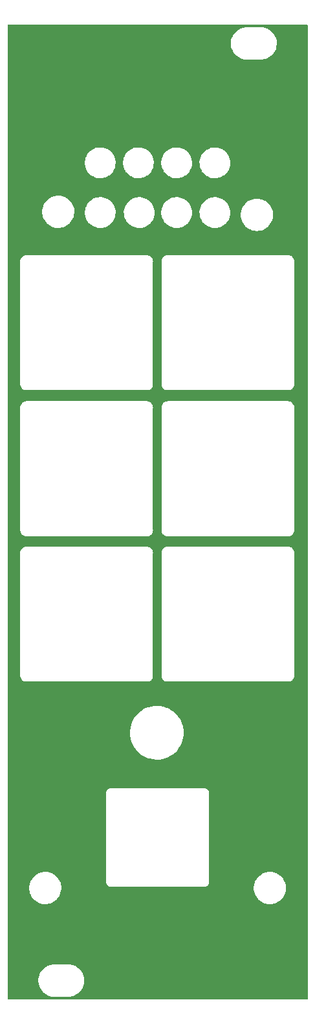
<source format=gbr>
G04 #@! TF.GenerationSoftware,KiCad,Pcbnew,(6.0.11)*
G04 #@! TF.CreationDate,2023-03-02T17:20:23+00:00*
G04 #@! TF.ProjectId,QMidiMonger_panel,514d6964-694d-46f6-9e67-65725f70616e,rev?*
G04 #@! TF.SameCoordinates,Original*
G04 #@! TF.FileFunction,Copper,L2,Bot*
G04 #@! TF.FilePolarity,Positive*
%FSLAX46Y46*%
G04 Gerber Fmt 4.6, Leading zero omitted, Abs format (unit mm)*
G04 Created by KiCad (PCBNEW (6.0.11)) date 2023-03-02 17:20:23*
%MOMM*%
%LPD*%
G01*
G04 APERTURE LIST*
G04 APERTURE END LIST*
G04 #@! TA.AperFunction,NonConductor*
G36*
X135583621Y-29528502D02*
G01*
X135630114Y-29582158D01*
X135641500Y-29634500D01*
X135641500Y-156865500D01*
X135621498Y-156933621D01*
X135567842Y-156980114D01*
X135515500Y-156991500D01*
X96484500Y-156991500D01*
X96416379Y-156971498D01*
X96369886Y-156917842D01*
X96358500Y-156865500D01*
X96358500Y-154632703D01*
X100390743Y-154632703D01*
X100428268Y-154917734D01*
X100504129Y-155195036D01*
X100616923Y-155459476D01*
X100764561Y-155706161D01*
X100944313Y-155930528D01*
X101152851Y-156128423D01*
X101386317Y-156296186D01*
X101390112Y-156298195D01*
X101390113Y-156298196D01*
X101411869Y-156309715D01*
X101640392Y-156430712D01*
X101910373Y-156529511D01*
X102191264Y-156590755D01*
X102219841Y-156593004D01*
X102414282Y-156608307D01*
X102414291Y-156608307D01*
X102416739Y-156608500D01*
X104372271Y-156608500D01*
X104374407Y-156608354D01*
X104374418Y-156608354D01*
X104582548Y-156594165D01*
X104582554Y-156594164D01*
X104586825Y-156593873D01*
X104591020Y-156593004D01*
X104591022Y-156593004D01*
X104727584Y-156564723D01*
X104868342Y-156535574D01*
X105139343Y-156439607D01*
X105394812Y-156307750D01*
X105398313Y-156305289D01*
X105398317Y-156305287D01*
X105512417Y-156225096D01*
X105630023Y-156142441D01*
X105840622Y-155946740D01*
X106022713Y-155724268D01*
X106172927Y-155479142D01*
X106288483Y-155215898D01*
X106367244Y-154939406D01*
X106407751Y-154654784D01*
X106407845Y-154636951D01*
X106409235Y-154371583D01*
X106409235Y-154371576D01*
X106409257Y-154367297D01*
X106371732Y-154082266D01*
X106295871Y-153804964D01*
X106183077Y-153540524D01*
X106035439Y-153293839D01*
X105855687Y-153069472D01*
X105647149Y-152871577D01*
X105413683Y-152703814D01*
X105391843Y-152692250D01*
X105368654Y-152679972D01*
X105159608Y-152569288D01*
X104889627Y-152470489D01*
X104608736Y-152409245D01*
X104577685Y-152406801D01*
X104385718Y-152391693D01*
X104385709Y-152391693D01*
X104383261Y-152391500D01*
X102427729Y-152391500D01*
X102425593Y-152391646D01*
X102425582Y-152391646D01*
X102217452Y-152405835D01*
X102217446Y-152405836D01*
X102213175Y-152406127D01*
X102208980Y-152406996D01*
X102208978Y-152406996D01*
X102072416Y-152435277D01*
X101931658Y-152464426D01*
X101660657Y-152560393D01*
X101405188Y-152692250D01*
X101401687Y-152694711D01*
X101401683Y-152694713D01*
X101391594Y-152701804D01*
X101169977Y-152857559D01*
X100959378Y-153053260D01*
X100777287Y-153275732D01*
X100627073Y-153520858D01*
X100511517Y-153784102D01*
X100432756Y-154060594D01*
X100392249Y-154345216D01*
X100392227Y-154349505D01*
X100392226Y-154349512D01*
X100390765Y-154628417D01*
X100390743Y-154632703D01*
X96358500Y-154632703D01*
X96358500Y-142532703D01*
X99190743Y-142532703D01*
X99228268Y-142817734D01*
X99304129Y-143095036D01*
X99416923Y-143359476D01*
X99564561Y-143606161D01*
X99744313Y-143830528D01*
X99952851Y-144028423D01*
X100186317Y-144196186D01*
X100190112Y-144198195D01*
X100190113Y-144198196D01*
X100211869Y-144209715D01*
X100440392Y-144330712D01*
X100710373Y-144429511D01*
X100991264Y-144490755D01*
X101019841Y-144493004D01*
X101214282Y-144508307D01*
X101214291Y-144508307D01*
X101216739Y-144508500D01*
X101372271Y-144508500D01*
X101374407Y-144508354D01*
X101374418Y-144508354D01*
X101582548Y-144494165D01*
X101582554Y-144494164D01*
X101586825Y-144493873D01*
X101591020Y-144493004D01*
X101591022Y-144493004D01*
X101727583Y-144464724D01*
X101868342Y-144435574D01*
X102139343Y-144339607D01*
X102394812Y-144207750D01*
X102398313Y-144205289D01*
X102398317Y-144205287D01*
X102512417Y-144125096D01*
X102630023Y-144042441D01*
X102840622Y-143846740D01*
X103022713Y-143624268D01*
X103172927Y-143379142D01*
X103288483Y-143115898D01*
X103367244Y-142839406D01*
X103407751Y-142554784D01*
X103407845Y-142536951D01*
X103407867Y-142532703D01*
X128590743Y-142532703D01*
X128628268Y-142817734D01*
X128704129Y-143095036D01*
X128816923Y-143359476D01*
X128964561Y-143606161D01*
X129144313Y-143830528D01*
X129352851Y-144028423D01*
X129586317Y-144196186D01*
X129590112Y-144198195D01*
X129590113Y-144198196D01*
X129611869Y-144209715D01*
X129840392Y-144330712D01*
X130110373Y-144429511D01*
X130391264Y-144490755D01*
X130419841Y-144493004D01*
X130614282Y-144508307D01*
X130614291Y-144508307D01*
X130616739Y-144508500D01*
X130772271Y-144508500D01*
X130774407Y-144508354D01*
X130774418Y-144508354D01*
X130982548Y-144494165D01*
X130982554Y-144494164D01*
X130986825Y-144493873D01*
X130991020Y-144493004D01*
X130991022Y-144493004D01*
X131127583Y-144464724D01*
X131268342Y-144435574D01*
X131539343Y-144339607D01*
X131794812Y-144207750D01*
X131798313Y-144205289D01*
X131798317Y-144205287D01*
X131912417Y-144125096D01*
X132030023Y-144042441D01*
X132240622Y-143846740D01*
X132422713Y-143624268D01*
X132572927Y-143379142D01*
X132688483Y-143115898D01*
X132767244Y-142839406D01*
X132807751Y-142554784D01*
X132807845Y-142536951D01*
X132809235Y-142271583D01*
X132809235Y-142271576D01*
X132809257Y-142267297D01*
X132801490Y-142208296D01*
X132786180Y-142092008D01*
X132771732Y-141982266D01*
X132695871Y-141704964D01*
X132583077Y-141440524D01*
X132435439Y-141193839D01*
X132255687Y-140969472D01*
X132047149Y-140771577D01*
X131813683Y-140603814D01*
X131791843Y-140592250D01*
X131768654Y-140579972D01*
X131559608Y-140469288D01*
X131289627Y-140370489D01*
X131008736Y-140309245D01*
X130977685Y-140306801D01*
X130785718Y-140291693D01*
X130785709Y-140291693D01*
X130783261Y-140291500D01*
X130627729Y-140291500D01*
X130625593Y-140291646D01*
X130625582Y-140291646D01*
X130417452Y-140305835D01*
X130417446Y-140305836D01*
X130413175Y-140306127D01*
X130408980Y-140306996D01*
X130408978Y-140306996D01*
X130272416Y-140335277D01*
X130131658Y-140364426D01*
X129860657Y-140460393D01*
X129605188Y-140592250D01*
X129601687Y-140594711D01*
X129601683Y-140594713D01*
X129591594Y-140601804D01*
X129369977Y-140757559D01*
X129159378Y-140953260D01*
X128977287Y-141175732D01*
X128827073Y-141420858D01*
X128825347Y-141424791D01*
X128825346Y-141424792D01*
X128735144Y-141630279D01*
X128711517Y-141684102D01*
X128632756Y-141960594D01*
X128613484Y-142096010D01*
X128599278Y-142195830D01*
X128592249Y-142245216D01*
X128592227Y-142249505D01*
X128592226Y-142249512D01*
X128590765Y-142528417D01*
X128590743Y-142532703D01*
X103407867Y-142532703D01*
X103409235Y-142271583D01*
X103409235Y-142271576D01*
X103409257Y-142267297D01*
X103401490Y-142208296D01*
X103386180Y-142092008D01*
X103371732Y-141982266D01*
X103313586Y-141769721D01*
X109291024Y-141769721D01*
X109293491Y-141778352D01*
X109299150Y-141798153D01*
X109302728Y-141814915D01*
X109306920Y-141844187D01*
X109310634Y-141852355D01*
X109310634Y-141852356D01*
X109317548Y-141867562D01*
X109323996Y-141885086D01*
X109331051Y-141909771D01*
X109335843Y-141917365D01*
X109335844Y-141917368D01*
X109346830Y-141934780D01*
X109354969Y-141949863D01*
X109367208Y-141976782D01*
X109373069Y-141983584D01*
X109383970Y-141996235D01*
X109395073Y-142011239D01*
X109408776Y-142032958D01*
X109415501Y-142038897D01*
X109415504Y-142038901D01*
X109430938Y-142052532D01*
X109442982Y-142064724D01*
X109456427Y-142080327D01*
X109456430Y-142080329D01*
X109462287Y-142087127D01*
X109469816Y-142092007D01*
X109469817Y-142092008D01*
X109483835Y-142101094D01*
X109498709Y-142112385D01*
X109511217Y-142123431D01*
X109517951Y-142129378D01*
X109544711Y-142141942D01*
X109559691Y-142150263D01*
X109576983Y-142161471D01*
X109576988Y-142161473D01*
X109584515Y-142166352D01*
X109593108Y-142168922D01*
X109593113Y-142168924D01*
X109609120Y-142173711D01*
X109626564Y-142180372D01*
X109641676Y-142187467D01*
X109641678Y-142187468D01*
X109649800Y-142191281D01*
X109658667Y-142192662D01*
X109658668Y-142192662D01*
X109661353Y-142193080D01*
X109679017Y-142195830D01*
X109695732Y-142199613D01*
X109715466Y-142205515D01*
X109715472Y-142205516D01*
X109724066Y-142208086D01*
X109733037Y-142208141D01*
X109733038Y-142208141D01*
X109743097Y-142208202D01*
X109758506Y-142208296D01*
X109759289Y-142208329D01*
X109760386Y-142208500D01*
X109791377Y-142208500D01*
X109792147Y-142208502D01*
X109865785Y-142208952D01*
X109865786Y-142208952D01*
X109869721Y-142208976D01*
X109871065Y-142208592D01*
X109872410Y-142208500D01*
X122191377Y-142208500D01*
X122192148Y-142208502D01*
X122269721Y-142208976D01*
X122298152Y-142200850D01*
X122314915Y-142197272D01*
X122315753Y-142197152D01*
X122344187Y-142193080D01*
X122367564Y-142182451D01*
X122385087Y-142176004D01*
X122409771Y-142168949D01*
X122417365Y-142164157D01*
X122417368Y-142164156D01*
X122434780Y-142153170D01*
X122449865Y-142145030D01*
X122476782Y-142132792D01*
X122496235Y-142116030D01*
X122511239Y-142104927D01*
X122532958Y-142091224D01*
X122538897Y-142084499D01*
X122538901Y-142084496D01*
X122552532Y-142069062D01*
X122564724Y-142057018D01*
X122580327Y-142043573D01*
X122580329Y-142043570D01*
X122587127Y-142037713D01*
X122601094Y-142016165D01*
X122612385Y-142001291D01*
X122623431Y-141988783D01*
X122623432Y-141988782D01*
X122629378Y-141982049D01*
X122641943Y-141955287D01*
X122650263Y-141940309D01*
X122661471Y-141923017D01*
X122661473Y-141923012D01*
X122666352Y-141915485D01*
X122668922Y-141906892D01*
X122668924Y-141906887D01*
X122673711Y-141890880D01*
X122680372Y-141873436D01*
X122687467Y-141858324D01*
X122687468Y-141858322D01*
X122691281Y-141850200D01*
X122695830Y-141820983D01*
X122699613Y-141804268D01*
X122705515Y-141784534D01*
X122705516Y-141784528D01*
X122708086Y-141775934D01*
X122708296Y-141741494D01*
X122708329Y-141740711D01*
X122708500Y-141739614D01*
X122708500Y-141708623D01*
X122708502Y-141707853D01*
X122708952Y-141634215D01*
X122708952Y-141634214D01*
X122708976Y-141630279D01*
X122708592Y-141628935D01*
X122708500Y-141627590D01*
X122708500Y-129908623D01*
X122708502Y-129907853D01*
X122708800Y-129859102D01*
X122708976Y-129830279D01*
X122700850Y-129801847D01*
X122697272Y-129785085D01*
X122694352Y-129764698D01*
X122693080Y-129755813D01*
X122682451Y-129732436D01*
X122676004Y-129714913D01*
X122671416Y-129698862D01*
X122668949Y-129690229D01*
X122664156Y-129682632D01*
X122653170Y-129665220D01*
X122645030Y-129650135D01*
X122642564Y-129644711D01*
X122632792Y-129623218D01*
X122616030Y-129603765D01*
X122604927Y-129588761D01*
X122591224Y-129567042D01*
X122584499Y-129561103D01*
X122584496Y-129561099D01*
X122569062Y-129547468D01*
X122557018Y-129535276D01*
X122543573Y-129519673D01*
X122543570Y-129519671D01*
X122537713Y-129512873D01*
X122524009Y-129503990D01*
X122516165Y-129498906D01*
X122501291Y-129487615D01*
X122488783Y-129476569D01*
X122488782Y-129476568D01*
X122482049Y-129470622D01*
X122455287Y-129458057D01*
X122440309Y-129449737D01*
X122423017Y-129438529D01*
X122423012Y-129438527D01*
X122415485Y-129433648D01*
X122406892Y-129431078D01*
X122406887Y-129431076D01*
X122390880Y-129426289D01*
X122373436Y-129419628D01*
X122358324Y-129412533D01*
X122358322Y-129412532D01*
X122350200Y-129408719D01*
X122341333Y-129407338D01*
X122341332Y-129407338D01*
X122330478Y-129405648D01*
X122320983Y-129404170D01*
X122304268Y-129400387D01*
X122284534Y-129394485D01*
X122284528Y-129394484D01*
X122275934Y-129391914D01*
X122266963Y-129391859D01*
X122266962Y-129391859D01*
X122256903Y-129391798D01*
X122241494Y-129391704D01*
X122240711Y-129391671D01*
X122239614Y-129391500D01*
X122208623Y-129391500D01*
X122207853Y-129391498D01*
X122134215Y-129391048D01*
X122134214Y-129391048D01*
X122130279Y-129391024D01*
X122128935Y-129391408D01*
X122127590Y-129391500D01*
X109808623Y-129391500D01*
X109807853Y-129391498D01*
X109807037Y-129391493D01*
X109730279Y-129391024D01*
X109707918Y-129397415D01*
X109701847Y-129399150D01*
X109685085Y-129402728D01*
X109655813Y-129406920D01*
X109647645Y-129410634D01*
X109647644Y-129410634D01*
X109632438Y-129417548D01*
X109614914Y-129423996D01*
X109590229Y-129431051D01*
X109582635Y-129435843D01*
X109582632Y-129435844D01*
X109565220Y-129446830D01*
X109550137Y-129454969D01*
X109523218Y-129467208D01*
X109516416Y-129473069D01*
X109503765Y-129483970D01*
X109488761Y-129495073D01*
X109467042Y-129508776D01*
X109461103Y-129515501D01*
X109461099Y-129515504D01*
X109447468Y-129530938D01*
X109435276Y-129542982D01*
X109419673Y-129556427D01*
X109419671Y-129556430D01*
X109412873Y-129562287D01*
X109407993Y-129569816D01*
X109407992Y-129569817D01*
X109398906Y-129583835D01*
X109387615Y-129598709D01*
X109376569Y-129611217D01*
X109370622Y-129617951D01*
X109364312Y-129631391D01*
X109358058Y-129644711D01*
X109349737Y-129659691D01*
X109338529Y-129676983D01*
X109338527Y-129676988D01*
X109333648Y-129684515D01*
X109331078Y-129693108D01*
X109331076Y-129693113D01*
X109326289Y-129709120D01*
X109319628Y-129726564D01*
X109312533Y-129741676D01*
X109308719Y-129749800D01*
X109307338Y-129758667D01*
X109307338Y-129758668D01*
X109304170Y-129779015D01*
X109300387Y-129795732D01*
X109294485Y-129815466D01*
X109294484Y-129815472D01*
X109291914Y-129824066D01*
X109291859Y-129833037D01*
X109291859Y-129833038D01*
X109291704Y-129858497D01*
X109291671Y-129859289D01*
X109291500Y-129860386D01*
X109291500Y-129891377D01*
X109291498Y-129892147D01*
X109291024Y-129969721D01*
X109291408Y-129971065D01*
X109291500Y-129972410D01*
X109291500Y-141691377D01*
X109291498Y-141692147D01*
X109291024Y-141769721D01*
X103313586Y-141769721D01*
X103295871Y-141704964D01*
X103183077Y-141440524D01*
X103035439Y-141193839D01*
X102855687Y-140969472D01*
X102647149Y-140771577D01*
X102413683Y-140603814D01*
X102391843Y-140592250D01*
X102368654Y-140579972D01*
X102159608Y-140469288D01*
X101889627Y-140370489D01*
X101608736Y-140309245D01*
X101577685Y-140306801D01*
X101385718Y-140291693D01*
X101385709Y-140291693D01*
X101383261Y-140291500D01*
X101227729Y-140291500D01*
X101225593Y-140291646D01*
X101225582Y-140291646D01*
X101017452Y-140305835D01*
X101017446Y-140305836D01*
X101013175Y-140306127D01*
X101008980Y-140306996D01*
X101008978Y-140306996D01*
X100872416Y-140335277D01*
X100731658Y-140364426D01*
X100460657Y-140460393D01*
X100205188Y-140592250D01*
X100201687Y-140594711D01*
X100201683Y-140594713D01*
X100191594Y-140601804D01*
X99969977Y-140757559D01*
X99759378Y-140953260D01*
X99577287Y-141175732D01*
X99427073Y-141420858D01*
X99425347Y-141424791D01*
X99425346Y-141424792D01*
X99335144Y-141630279D01*
X99311517Y-141684102D01*
X99232756Y-141960594D01*
X99213484Y-142096010D01*
X99199278Y-142195830D01*
X99192249Y-142245216D01*
X99192227Y-142249505D01*
X99192226Y-142249512D01*
X99190765Y-142528417D01*
X99190743Y-142532703D01*
X96358500Y-142532703D01*
X96358500Y-122191972D01*
X112387724Y-122191972D01*
X112387990Y-122195313D01*
X112387990Y-122195318D01*
X112402829Y-122381777D01*
X112417384Y-122564680D01*
X112418004Y-122567975D01*
X112418004Y-122567978D01*
X112453286Y-122755596D01*
X112486482Y-122932126D01*
X112594234Y-123290149D01*
X112739422Y-123634694D01*
X112920400Y-123961861D01*
X112922321Y-123964599D01*
X112922327Y-123964609D01*
X113133197Y-124265202D01*
X113135120Y-124267943D01*
X113381149Y-124549476D01*
X113655702Y-124803270D01*
X113955670Y-125026452D01*
X113958557Y-125028156D01*
X114274764Y-125214789D01*
X114274769Y-125214792D01*
X114277655Y-125216495D01*
X114618013Y-125371246D01*
X114799521Y-125431450D01*
X114969696Y-125487895D01*
X114969703Y-125487897D01*
X114972887Y-125488953D01*
X114976172Y-125489666D01*
X114976171Y-125489666D01*
X115334981Y-125567572D01*
X115334984Y-125567572D01*
X115338261Y-125568284D01*
X115533587Y-125589331D01*
X115707477Y-125608068D01*
X115707485Y-125608069D01*
X115709995Y-125608339D01*
X115712515Y-125608407D01*
X115712527Y-125608408D01*
X115714515Y-125608461D01*
X115715945Y-125608500D01*
X115993461Y-125608500D01*
X115995127Y-125608411D01*
X115995136Y-125608411D01*
X116270022Y-125593764D01*
X116270028Y-125593763D01*
X116273357Y-125593586D01*
X116276649Y-125593056D01*
X116276656Y-125593055D01*
X116639170Y-125534665D01*
X116639171Y-125534665D01*
X116642485Y-125534131D01*
X116645725Y-125533248D01*
X116645728Y-125533247D01*
X116999960Y-125436672D01*
X116999961Y-125436672D01*
X117003206Y-125435787D01*
X117351434Y-125299669D01*
X117683226Y-125127317D01*
X117994824Y-124920683D01*
X118282700Y-124682108D01*
X118543595Y-124414292D01*
X118656574Y-124270464D01*
X118772481Y-124122907D01*
X118772482Y-124122905D01*
X118774553Y-124120269D01*
X118972959Y-123803369D01*
X119136566Y-123467179D01*
X119263523Y-123115507D01*
X119352390Y-122752336D01*
X119402163Y-122381777D01*
X119412276Y-122008028D01*
X119412010Y-122004682D01*
X119382883Y-121638669D01*
X119382882Y-121638660D01*
X119382616Y-121635320D01*
X119347952Y-121450984D01*
X119314136Y-121271158D01*
X119314134Y-121271150D01*
X119313518Y-121267874D01*
X119205766Y-120909851D01*
X119060578Y-120565306D01*
X118879600Y-120238139D01*
X118877679Y-120235401D01*
X118877673Y-120235391D01*
X118666803Y-119934798D01*
X118666802Y-119934796D01*
X118664880Y-119932057D01*
X118418851Y-119650524D01*
X118144298Y-119396730D01*
X117844330Y-119173548D01*
X117670823Y-119071140D01*
X117525236Y-118985211D01*
X117525231Y-118985208D01*
X117522345Y-118983505D01*
X117181987Y-118828754D01*
X116984735Y-118763328D01*
X116830304Y-118712105D01*
X116830297Y-118712103D01*
X116827113Y-118711047D01*
X116616578Y-118665335D01*
X116465019Y-118632428D01*
X116465016Y-118632428D01*
X116461739Y-118631716D01*
X116225270Y-118606236D01*
X116092523Y-118591932D01*
X116092515Y-118591931D01*
X116090005Y-118591661D01*
X116087485Y-118591593D01*
X116087473Y-118591592D01*
X116085485Y-118591539D01*
X116084055Y-118591500D01*
X115806539Y-118591500D01*
X115804873Y-118591589D01*
X115804864Y-118591589D01*
X115529978Y-118606236D01*
X115529972Y-118606237D01*
X115526643Y-118606414D01*
X115523351Y-118606944D01*
X115523344Y-118606945D01*
X115160830Y-118665335D01*
X115157515Y-118665869D01*
X115154275Y-118666752D01*
X115154272Y-118666753D01*
X114800040Y-118763328D01*
X114796794Y-118764213D01*
X114448566Y-118900331D01*
X114116774Y-119072683D01*
X113805176Y-119279317D01*
X113517300Y-119517892D01*
X113256405Y-119785708D01*
X113254338Y-119788340D01*
X113254334Y-119788344D01*
X113141446Y-119932057D01*
X113025447Y-120079731D01*
X112827041Y-120396631D01*
X112663434Y-120732821D01*
X112536477Y-121084493D01*
X112447610Y-121447664D01*
X112397837Y-121818223D01*
X112387724Y-122191972D01*
X96358500Y-122191972D01*
X96358500Y-98581148D01*
X98026272Y-98581148D01*
X98026454Y-98593699D01*
X98027271Y-98598489D01*
X98029707Y-98612775D01*
X98031500Y-98633956D01*
X98031500Y-114557127D01*
X98029066Y-114581772D01*
X98027037Y-114591946D01*
X98026505Y-114604488D01*
X98027049Y-114609320D01*
X98029618Y-114632156D01*
X98030122Y-114637754D01*
X98038438Y-114760885D01*
X98040036Y-114766826D01*
X98040036Y-114766828D01*
X98043252Y-114778785D01*
X98079136Y-114912219D01*
X98148426Y-115052781D01*
X98152165Y-115057666D01*
X98239932Y-115172339D01*
X98239935Y-115172343D01*
X98243673Y-115177226D01*
X98248290Y-115181294D01*
X98248291Y-115181295D01*
X98281698Y-115210728D01*
X98361256Y-115280824D01*
X98496707Y-115359638D01*
X98644877Y-115410672D01*
X98650981Y-115411510D01*
X98748843Y-115424945D01*
X98757409Y-115426424D01*
X98775181Y-115430127D01*
X98787543Y-115432703D01*
X98792399Y-115432951D01*
X98792400Y-115432951D01*
X98792713Y-115432967D01*
X98800080Y-115433343D01*
X98840231Y-115429174D01*
X98853245Y-115428500D01*
X114507878Y-115428500D01*
X114527477Y-115430723D01*
X114527566Y-115430127D01*
X114532392Y-115430849D01*
X114537127Y-115431937D01*
X114541975Y-115432284D01*
X114541978Y-115432284D01*
X114544787Y-115432485D01*
X114544793Y-115432485D01*
X114549648Y-115432832D01*
X114554495Y-115432428D01*
X114554507Y-115432428D01*
X114568354Y-115431274D01*
X114573222Y-115430963D01*
X114709517Y-115424908D01*
X114709520Y-115424908D01*
X114716039Y-115424618D01*
X114877311Y-115383194D01*
X114931311Y-115356544D01*
X115020769Y-115312395D01*
X115020772Y-115312393D01*
X115026624Y-115309505D01*
X115059219Y-115283921D01*
X115077587Y-115269504D01*
X115157602Y-115206698D01*
X115264651Y-115079163D01*
X115343200Y-114932348D01*
X115389893Y-114772522D01*
X115399088Y-114653672D01*
X115399949Y-114645786D01*
X115403728Y-114619042D01*
X115403551Y-114606490D01*
X115400285Y-114587295D01*
X115398500Y-114566160D01*
X115398500Y-98626209D01*
X115399814Y-98608063D01*
X115403026Y-98585996D01*
X115403026Y-98585990D01*
X115403728Y-98581169D01*
X115403728Y-98581148D01*
X116526272Y-98581148D01*
X116526454Y-98593699D01*
X116527271Y-98598489D01*
X116529707Y-98612775D01*
X116531500Y-98633956D01*
X116531500Y-114557127D01*
X116529066Y-114581772D01*
X116527037Y-114591946D01*
X116526505Y-114604488D01*
X116527049Y-114609320D01*
X116529618Y-114632156D01*
X116530122Y-114637754D01*
X116538438Y-114760885D01*
X116540036Y-114766826D01*
X116540036Y-114766828D01*
X116543252Y-114778785D01*
X116579136Y-114912219D01*
X116648426Y-115052781D01*
X116652165Y-115057666D01*
X116739932Y-115172339D01*
X116739935Y-115172343D01*
X116743673Y-115177226D01*
X116748290Y-115181294D01*
X116748291Y-115181295D01*
X116781698Y-115210728D01*
X116861256Y-115280824D01*
X116996707Y-115359638D01*
X117144877Y-115410672D01*
X117150981Y-115411510D01*
X117248843Y-115424945D01*
X117257409Y-115426424D01*
X117275181Y-115430127D01*
X117287543Y-115432703D01*
X117292399Y-115432951D01*
X117292400Y-115432951D01*
X117292713Y-115432967D01*
X117300080Y-115433343D01*
X117340231Y-115429174D01*
X117353245Y-115428500D01*
X133007878Y-115428500D01*
X133027477Y-115430723D01*
X133027566Y-115430127D01*
X133032392Y-115430849D01*
X133037127Y-115431937D01*
X133041975Y-115432284D01*
X133041978Y-115432284D01*
X133044787Y-115432485D01*
X133044793Y-115432485D01*
X133049648Y-115432832D01*
X133054495Y-115432428D01*
X133054507Y-115432428D01*
X133068354Y-115431274D01*
X133073222Y-115430963D01*
X133209517Y-115424908D01*
X133209520Y-115424908D01*
X133216039Y-115424618D01*
X133377311Y-115383194D01*
X133431311Y-115356544D01*
X133520769Y-115312395D01*
X133520772Y-115312393D01*
X133526624Y-115309505D01*
X133559219Y-115283921D01*
X133577587Y-115269504D01*
X133657602Y-115206698D01*
X133764651Y-115079163D01*
X133843200Y-114932348D01*
X133889893Y-114772522D01*
X133899088Y-114653672D01*
X133899949Y-114645786D01*
X133903728Y-114619042D01*
X133903551Y-114606490D01*
X133900285Y-114587295D01*
X133898500Y-114566160D01*
X133898500Y-98626209D01*
X133899814Y-98608063D01*
X133903026Y-98585996D01*
X133903026Y-98585990D01*
X133903728Y-98581169D01*
X133903603Y-98568616D01*
X133899179Y-98541951D01*
X133898380Y-98536362D01*
X133883973Y-98416475D01*
X133883973Y-98416473D01*
X133883240Y-98410377D01*
X133833931Y-98258788D01*
X133756199Y-98119616D01*
X133678296Y-98027919D01*
X133656967Y-98002814D01*
X133656965Y-98002812D01*
X133652989Y-97998132D01*
X133648186Y-97994313D01*
X133648183Y-97994311D01*
X133533015Y-97902758D01*
X133528206Y-97898935D01*
X133386576Y-97825780D01*
X133233460Y-97781436D01*
X133227344Y-97780903D01*
X133227341Y-97780902D01*
X133125931Y-97772057D01*
X133125069Y-97771982D01*
X133116413Y-97770924D01*
X133087195Y-97766321D01*
X133082333Y-97766312D01*
X133082327Y-97766312D01*
X133080925Y-97766310D01*
X133074642Y-97766299D01*
X133069835Y-97767039D01*
X133069830Y-97767039D01*
X133050368Y-97770034D01*
X133031206Y-97771500D01*
X117359800Y-97771500D01*
X117344183Y-97770528D01*
X117315595Y-97766957D01*
X117315592Y-97766957D01*
X117310766Y-97766354D01*
X117298219Y-97766733D01*
X117283280Y-97769524D01*
X117272494Y-97771538D01*
X117266891Y-97772454D01*
X117242243Y-97775917D01*
X117143586Y-97789780D01*
X117137798Y-97791788D01*
X117137795Y-97791789D01*
X117069798Y-97815383D01*
X116996010Y-97840986D01*
X116990719Y-97844075D01*
X116990718Y-97844075D01*
X116896736Y-97898935D01*
X116861104Y-97919734D01*
X116743949Y-98023058D01*
X116740228Y-98027916D01*
X116740225Y-98027919D01*
X116652688Y-98142196D01*
X116652685Y-98142201D01*
X116648959Y-98147065D01*
X116646242Y-98152559D01*
X116593706Y-98258788D01*
X116579711Y-98287085D01*
X116538813Y-98437844D01*
X116531627Y-98539570D01*
X116529944Y-98539451D01*
X116530146Y-98541301D01*
X116531498Y-98541397D01*
X116531426Y-98542413D01*
X116530855Y-98547806D01*
X116530906Y-98548268D01*
X116530653Y-98550062D01*
X116530606Y-98550167D01*
X116530508Y-98551089D01*
X116526272Y-98581148D01*
X115403728Y-98581148D01*
X115403603Y-98568616D01*
X115399179Y-98541951D01*
X115398380Y-98536362D01*
X115383973Y-98416475D01*
X115383973Y-98416473D01*
X115383240Y-98410377D01*
X115333931Y-98258788D01*
X115256199Y-98119616D01*
X115178296Y-98027919D01*
X115156967Y-98002814D01*
X115156965Y-98002812D01*
X115152989Y-97998132D01*
X115148186Y-97994313D01*
X115148183Y-97994311D01*
X115033015Y-97902758D01*
X115028206Y-97898935D01*
X114886576Y-97825780D01*
X114733460Y-97781436D01*
X114727344Y-97780903D01*
X114727341Y-97780902D01*
X114625931Y-97772057D01*
X114625069Y-97771982D01*
X114616413Y-97770924D01*
X114587195Y-97766321D01*
X114582333Y-97766312D01*
X114582327Y-97766312D01*
X114580925Y-97766310D01*
X114574642Y-97766299D01*
X114569835Y-97767039D01*
X114569830Y-97767039D01*
X114550368Y-97770034D01*
X114531206Y-97771500D01*
X98859800Y-97771500D01*
X98844183Y-97770528D01*
X98815595Y-97766957D01*
X98815592Y-97766957D01*
X98810766Y-97766354D01*
X98798219Y-97766733D01*
X98783280Y-97769524D01*
X98772494Y-97771538D01*
X98766891Y-97772454D01*
X98742243Y-97775917D01*
X98643586Y-97789780D01*
X98637798Y-97791788D01*
X98637795Y-97791789D01*
X98569798Y-97815383D01*
X98496010Y-97840986D01*
X98490719Y-97844075D01*
X98490718Y-97844075D01*
X98396736Y-97898935D01*
X98361104Y-97919734D01*
X98243949Y-98023058D01*
X98240228Y-98027916D01*
X98240225Y-98027919D01*
X98152688Y-98142196D01*
X98152685Y-98142201D01*
X98148959Y-98147065D01*
X98146242Y-98152559D01*
X98093706Y-98258788D01*
X98079711Y-98287085D01*
X98038813Y-98437844D01*
X98031627Y-98539570D01*
X98029944Y-98539451D01*
X98030146Y-98541301D01*
X98031498Y-98541397D01*
X98031426Y-98542413D01*
X98030855Y-98547806D01*
X98030906Y-98548268D01*
X98030653Y-98550062D01*
X98030606Y-98550167D01*
X98030508Y-98551089D01*
X98026272Y-98581148D01*
X96358500Y-98581148D01*
X96358500Y-79581148D01*
X98026272Y-79581148D01*
X98026454Y-79593699D01*
X98027271Y-79598489D01*
X98029707Y-79612775D01*
X98031500Y-79633956D01*
X98031500Y-95557127D01*
X98029066Y-95581772D01*
X98027037Y-95591946D01*
X98026505Y-95604488D01*
X98027049Y-95609320D01*
X98029618Y-95632156D01*
X98030122Y-95637754D01*
X98038438Y-95760885D01*
X98040036Y-95766826D01*
X98040036Y-95766828D01*
X98043252Y-95778785D01*
X98079136Y-95912219D01*
X98148426Y-96052781D01*
X98152165Y-96057666D01*
X98239932Y-96172339D01*
X98239935Y-96172343D01*
X98243673Y-96177226D01*
X98248290Y-96181294D01*
X98248291Y-96181295D01*
X98281698Y-96210728D01*
X98361256Y-96280824D01*
X98496707Y-96359638D01*
X98644877Y-96410672D01*
X98650981Y-96411510D01*
X98748843Y-96424945D01*
X98757409Y-96426424D01*
X98775181Y-96430127D01*
X98787543Y-96432703D01*
X98792399Y-96432951D01*
X98792400Y-96432951D01*
X98792713Y-96432967D01*
X98800080Y-96433343D01*
X98840231Y-96429174D01*
X98853245Y-96428500D01*
X114507878Y-96428500D01*
X114527477Y-96430723D01*
X114527566Y-96430127D01*
X114532392Y-96430849D01*
X114537127Y-96431937D01*
X114541975Y-96432284D01*
X114541978Y-96432284D01*
X114544787Y-96432485D01*
X114544793Y-96432485D01*
X114549648Y-96432832D01*
X114554495Y-96432428D01*
X114554507Y-96432428D01*
X114568354Y-96431274D01*
X114573222Y-96430963D01*
X114709517Y-96424908D01*
X114709520Y-96424908D01*
X114716039Y-96424618D01*
X114877311Y-96383194D01*
X114931311Y-96356544D01*
X115020769Y-96312395D01*
X115020772Y-96312393D01*
X115026624Y-96309505D01*
X115059219Y-96283921D01*
X115077587Y-96269504D01*
X115157602Y-96206698D01*
X115264651Y-96079163D01*
X115343200Y-95932348D01*
X115389893Y-95772522D01*
X115399088Y-95653672D01*
X115399949Y-95645786D01*
X115403728Y-95619042D01*
X115403551Y-95606490D01*
X115400285Y-95587295D01*
X115398500Y-95566160D01*
X115398500Y-79626209D01*
X115399814Y-79608063D01*
X115403026Y-79585996D01*
X115403026Y-79585990D01*
X115403728Y-79581169D01*
X115403728Y-79581148D01*
X116526272Y-79581148D01*
X116526454Y-79593699D01*
X116527271Y-79598489D01*
X116529707Y-79612775D01*
X116531500Y-79633956D01*
X116531500Y-95557127D01*
X116529066Y-95581772D01*
X116527037Y-95591946D01*
X116526505Y-95604488D01*
X116527049Y-95609320D01*
X116529618Y-95632156D01*
X116530122Y-95637754D01*
X116538438Y-95760885D01*
X116540036Y-95766826D01*
X116540036Y-95766828D01*
X116543252Y-95778785D01*
X116579136Y-95912219D01*
X116648426Y-96052781D01*
X116652165Y-96057666D01*
X116739932Y-96172339D01*
X116739935Y-96172343D01*
X116743673Y-96177226D01*
X116748290Y-96181294D01*
X116748291Y-96181295D01*
X116781698Y-96210728D01*
X116861256Y-96280824D01*
X116996707Y-96359638D01*
X117144877Y-96410672D01*
X117150981Y-96411510D01*
X117248843Y-96424945D01*
X117257409Y-96426424D01*
X117275181Y-96430127D01*
X117287543Y-96432703D01*
X117292399Y-96432951D01*
X117292400Y-96432951D01*
X117292713Y-96432967D01*
X117300080Y-96433343D01*
X117340231Y-96429174D01*
X117353245Y-96428500D01*
X133007878Y-96428500D01*
X133027477Y-96430723D01*
X133027566Y-96430127D01*
X133032392Y-96430849D01*
X133037127Y-96431937D01*
X133041975Y-96432284D01*
X133041978Y-96432284D01*
X133044787Y-96432485D01*
X133044793Y-96432485D01*
X133049648Y-96432832D01*
X133054495Y-96432428D01*
X133054507Y-96432428D01*
X133068354Y-96431274D01*
X133073222Y-96430963D01*
X133209517Y-96424908D01*
X133209520Y-96424908D01*
X133216039Y-96424618D01*
X133377311Y-96383194D01*
X133431311Y-96356544D01*
X133520769Y-96312395D01*
X133520772Y-96312393D01*
X133526624Y-96309505D01*
X133559219Y-96283921D01*
X133577587Y-96269504D01*
X133657602Y-96206698D01*
X133764651Y-96079163D01*
X133843200Y-95932348D01*
X133889893Y-95772522D01*
X133899088Y-95653672D01*
X133899949Y-95645786D01*
X133903728Y-95619042D01*
X133903551Y-95606490D01*
X133900285Y-95587295D01*
X133898500Y-95566160D01*
X133898500Y-79626209D01*
X133899814Y-79608063D01*
X133903026Y-79585996D01*
X133903026Y-79585990D01*
X133903728Y-79581169D01*
X133903603Y-79568616D01*
X133899179Y-79541951D01*
X133898380Y-79536362D01*
X133883973Y-79416475D01*
X133883973Y-79416473D01*
X133883240Y-79410377D01*
X133833931Y-79258788D01*
X133756199Y-79119616D01*
X133678296Y-79027919D01*
X133656967Y-79002814D01*
X133656965Y-79002812D01*
X133652989Y-78998132D01*
X133648186Y-78994313D01*
X133648183Y-78994311D01*
X133533015Y-78902758D01*
X133528206Y-78898935D01*
X133386576Y-78825780D01*
X133233460Y-78781436D01*
X133227344Y-78780903D01*
X133227341Y-78780902D01*
X133125931Y-78772057D01*
X133125069Y-78771982D01*
X133116413Y-78770924D01*
X133087195Y-78766321D01*
X133082333Y-78766312D01*
X133082327Y-78766312D01*
X133080925Y-78766310D01*
X133074642Y-78766299D01*
X133069835Y-78767039D01*
X133069830Y-78767039D01*
X133050368Y-78770034D01*
X133031206Y-78771500D01*
X117359800Y-78771500D01*
X117344183Y-78770528D01*
X117315595Y-78766957D01*
X117315592Y-78766957D01*
X117310766Y-78766354D01*
X117298219Y-78766733D01*
X117283280Y-78769524D01*
X117272494Y-78771538D01*
X117266891Y-78772454D01*
X117242243Y-78775917D01*
X117143586Y-78789780D01*
X117137798Y-78791788D01*
X117137795Y-78791789D01*
X117069798Y-78815383D01*
X116996010Y-78840986D01*
X116990719Y-78844075D01*
X116990718Y-78844075D01*
X116896736Y-78898935D01*
X116861104Y-78919734D01*
X116743949Y-79023058D01*
X116740228Y-79027916D01*
X116740225Y-79027919D01*
X116652688Y-79142196D01*
X116652685Y-79142201D01*
X116648959Y-79147065D01*
X116646242Y-79152559D01*
X116593706Y-79258788D01*
X116579711Y-79287085D01*
X116538813Y-79437844D01*
X116531627Y-79539570D01*
X116529944Y-79539451D01*
X116530146Y-79541301D01*
X116531498Y-79541397D01*
X116531426Y-79542413D01*
X116530855Y-79547806D01*
X116530906Y-79548268D01*
X116530653Y-79550062D01*
X116530606Y-79550167D01*
X116530508Y-79551089D01*
X116526272Y-79581148D01*
X115403728Y-79581148D01*
X115403603Y-79568616D01*
X115399179Y-79541951D01*
X115398380Y-79536362D01*
X115383973Y-79416475D01*
X115383973Y-79416473D01*
X115383240Y-79410377D01*
X115333931Y-79258788D01*
X115256199Y-79119616D01*
X115178296Y-79027919D01*
X115156967Y-79002814D01*
X115156965Y-79002812D01*
X115152989Y-78998132D01*
X115148186Y-78994313D01*
X115148183Y-78994311D01*
X115033015Y-78902758D01*
X115028206Y-78898935D01*
X114886576Y-78825780D01*
X114733460Y-78781436D01*
X114727344Y-78780903D01*
X114727341Y-78780902D01*
X114625931Y-78772057D01*
X114625069Y-78771982D01*
X114616413Y-78770924D01*
X114587195Y-78766321D01*
X114582333Y-78766312D01*
X114582327Y-78766312D01*
X114580925Y-78766310D01*
X114574642Y-78766299D01*
X114569835Y-78767039D01*
X114569830Y-78767039D01*
X114550368Y-78770034D01*
X114531206Y-78771500D01*
X98859800Y-78771500D01*
X98844183Y-78770528D01*
X98815595Y-78766957D01*
X98815592Y-78766957D01*
X98810766Y-78766354D01*
X98798219Y-78766733D01*
X98783280Y-78769524D01*
X98772494Y-78771538D01*
X98766891Y-78772454D01*
X98742243Y-78775917D01*
X98643586Y-78789780D01*
X98637798Y-78791788D01*
X98637795Y-78791789D01*
X98569798Y-78815383D01*
X98496010Y-78840986D01*
X98490719Y-78844075D01*
X98490718Y-78844075D01*
X98396736Y-78898935D01*
X98361104Y-78919734D01*
X98243949Y-79023058D01*
X98240228Y-79027916D01*
X98240225Y-79027919D01*
X98152688Y-79142196D01*
X98152685Y-79142201D01*
X98148959Y-79147065D01*
X98146242Y-79152559D01*
X98093706Y-79258788D01*
X98079711Y-79287085D01*
X98038813Y-79437844D01*
X98031627Y-79539570D01*
X98029944Y-79539451D01*
X98030146Y-79541301D01*
X98031498Y-79541397D01*
X98031426Y-79542413D01*
X98030855Y-79547806D01*
X98030906Y-79548268D01*
X98030653Y-79550062D01*
X98030606Y-79550167D01*
X98030508Y-79551089D01*
X98026272Y-79581148D01*
X96358500Y-79581148D01*
X96358500Y-60481148D01*
X98026272Y-60481148D01*
X98026454Y-60493699D01*
X98027271Y-60498489D01*
X98029707Y-60512775D01*
X98031500Y-60533956D01*
X98031500Y-76457127D01*
X98029066Y-76481772D01*
X98027037Y-76491946D01*
X98026505Y-76504488D01*
X98027049Y-76509320D01*
X98029618Y-76532156D01*
X98030122Y-76537754D01*
X98038438Y-76660885D01*
X98040036Y-76666826D01*
X98040036Y-76666828D01*
X98043252Y-76678785D01*
X98079136Y-76812219D01*
X98148426Y-76952781D01*
X98152165Y-76957666D01*
X98239932Y-77072339D01*
X98239935Y-77072343D01*
X98243673Y-77077226D01*
X98248290Y-77081294D01*
X98248291Y-77081295D01*
X98281698Y-77110728D01*
X98361256Y-77180824D01*
X98496707Y-77259638D01*
X98644877Y-77310672D01*
X98650981Y-77311510D01*
X98748843Y-77324945D01*
X98757409Y-77326424D01*
X98775181Y-77330127D01*
X98787543Y-77332703D01*
X98792399Y-77332951D01*
X98792400Y-77332951D01*
X98792713Y-77332967D01*
X98800080Y-77333343D01*
X98840231Y-77329174D01*
X98853245Y-77328500D01*
X114507878Y-77328500D01*
X114527477Y-77330723D01*
X114527566Y-77330127D01*
X114532392Y-77330849D01*
X114537127Y-77331937D01*
X114541975Y-77332284D01*
X114541978Y-77332284D01*
X114544787Y-77332485D01*
X114544793Y-77332485D01*
X114549648Y-77332832D01*
X114554495Y-77332428D01*
X114554507Y-77332428D01*
X114568354Y-77331274D01*
X114573222Y-77330963D01*
X114709517Y-77324908D01*
X114709520Y-77324908D01*
X114716039Y-77324618D01*
X114877311Y-77283194D01*
X114931311Y-77256544D01*
X115020769Y-77212395D01*
X115020772Y-77212393D01*
X115026624Y-77209505D01*
X115059219Y-77183921D01*
X115077587Y-77169504D01*
X115157602Y-77106698D01*
X115264651Y-76979163D01*
X115343200Y-76832348D01*
X115389893Y-76672522D01*
X115399088Y-76553672D01*
X115399949Y-76545786D01*
X115403728Y-76519042D01*
X115403551Y-76506490D01*
X115400285Y-76487295D01*
X115398500Y-76466160D01*
X115398500Y-60526209D01*
X115399814Y-60508063D01*
X115403026Y-60485996D01*
X115403026Y-60485990D01*
X115403728Y-60481169D01*
X115403728Y-60481148D01*
X116526272Y-60481148D01*
X116526454Y-60493699D01*
X116527271Y-60498489D01*
X116529707Y-60512775D01*
X116531500Y-60533956D01*
X116531500Y-76457127D01*
X116529066Y-76481772D01*
X116527037Y-76491946D01*
X116526505Y-76504488D01*
X116527049Y-76509320D01*
X116529618Y-76532156D01*
X116530122Y-76537754D01*
X116538438Y-76660885D01*
X116540036Y-76666826D01*
X116540036Y-76666828D01*
X116543252Y-76678785D01*
X116579136Y-76812219D01*
X116648426Y-76952781D01*
X116652165Y-76957666D01*
X116739932Y-77072339D01*
X116739935Y-77072343D01*
X116743673Y-77077226D01*
X116748290Y-77081294D01*
X116748291Y-77081295D01*
X116781698Y-77110728D01*
X116861256Y-77180824D01*
X116996707Y-77259638D01*
X117144877Y-77310672D01*
X117150981Y-77311510D01*
X117248843Y-77324945D01*
X117257409Y-77326424D01*
X117275181Y-77330127D01*
X117287543Y-77332703D01*
X117292399Y-77332951D01*
X117292400Y-77332951D01*
X117292713Y-77332967D01*
X117300080Y-77333343D01*
X117340231Y-77329174D01*
X117353245Y-77328500D01*
X133007878Y-77328500D01*
X133027477Y-77330723D01*
X133027566Y-77330127D01*
X133032392Y-77330849D01*
X133037127Y-77331937D01*
X133041975Y-77332284D01*
X133041978Y-77332284D01*
X133044787Y-77332485D01*
X133044793Y-77332485D01*
X133049648Y-77332832D01*
X133054495Y-77332428D01*
X133054507Y-77332428D01*
X133068354Y-77331274D01*
X133073222Y-77330963D01*
X133209517Y-77324908D01*
X133209520Y-77324908D01*
X133216039Y-77324618D01*
X133377311Y-77283194D01*
X133431311Y-77256544D01*
X133520769Y-77212395D01*
X133520772Y-77212393D01*
X133526624Y-77209505D01*
X133559219Y-77183921D01*
X133577587Y-77169504D01*
X133657602Y-77106698D01*
X133764651Y-76979163D01*
X133843200Y-76832348D01*
X133889893Y-76672522D01*
X133899088Y-76553672D01*
X133899949Y-76545786D01*
X133903728Y-76519042D01*
X133903551Y-76506490D01*
X133900285Y-76487295D01*
X133898500Y-76466160D01*
X133898500Y-60526209D01*
X133899814Y-60508063D01*
X133903026Y-60485996D01*
X133903026Y-60485990D01*
X133903728Y-60481169D01*
X133903603Y-60468616D01*
X133899179Y-60441951D01*
X133898380Y-60436362D01*
X133883973Y-60316475D01*
X133883973Y-60316473D01*
X133883240Y-60310377D01*
X133833931Y-60158788D01*
X133756199Y-60019616D01*
X133678296Y-59927919D01*
X133656967Y-59902814D01*
X133656965Y-59902812D01*
X133652989Y-59898132D01*
X133648186Y-59894313D01*
X133648183Y-59894311D01*
X133533015Y-59802758D01*
X133528206Y-59798935D01*
X133386576Y-59725780D01*
X133233460Y-59681436D01*
X133227344Y-59680903D01*
X133227341Y-59680902D01*
X133125931Y-59672057D01*
X133125069Y-59671982D01*
X133116413Y-59670924D01*
X133087195Y-59666321D01*
X133082333Y-59666312D01*
X133082327Y-59666312D01*
X133080925Y-59666310D01*
X133074642Y-59666299D01*
X133069835Y-59667039D01*
X133069830Y-59667039D01*
X133050368Y-59670034D01*
X133031206Y-59671500D01*
X117359800Y-59671500D01*
X117344183Y-59670528D01*
X117315595Y-59666957D01*
X117315592Y-59666957D01*
X117310766Y-59666354D01*
X117298219Y-59666733D01*
X117283280Y-59669524D01*
X117272494Y-59671538D01*
X117266891Y-59672454D01*
X117242243Y-59675917D01*
X117143586Y-59689780D01*
X117137798Y-59691788D01*
X117137795Y-59691789D01*
X117069798Y-59715383D01*
X116996010Y-59740986D01*
X116990719Y-59744075D01*
X116990718Y-59744075D01*
X116896736Y-59798935D01*
X116861104Y-59819734D01*
X116743949Y-59923058D01*
X116740228Y-59927916D01*
X116740225Y-59927919D01*
X116652688Y-60042196D01*
X116652685Y-60042201D01*
X116648959Y-60047065D01*
X116646242Y-60052559D01*
X116593706Y-60158788D01*
X116579711Y-60187085D01*
X116538813Y-60337844D01*
X116531627Y-60439570D01*
X116529944Y-60439451D01*
X116530146Y-60441301D01*
X116531498Y-60441397D01*
X116531426Y-60442413D01*
X116530855Y-60447806D01*
X116530906Y-60448268D01*
X116530653Y-60450062D01*
X116530606Y-60450167D01*
X116530508Y-60451089D01*
X116526272Y-60481148D01*
X115403728Y-60481148D01*
X115403603Y-60468616D01*
X115399179Y-60441951D01*
X115398380Y-60436362D01*
X115383973Y-60316475D01*
X115383973Y-60316473D01*
X115383240Y-60310377D01*
X115333931Y-60158788D01*
X115256199Y-60019616D01*
X115178296Y-59927919D01*
X115156967Y-59902814D01*
X115156965Y-59902812D01*
X115152989Y-59898132D01*
X115148186Y-59894313D01*
X115148183Y-59894311D01*
X115033015Y-59802758D01*
X115028206Y-59798935D01*
X114886576Y-59725780D01*
X114733460Y-59681436D01*
X114727344Y-59680903D01*
X114727341Y-59680902D01*
X114625931Y-59672057D01*
X114625069Y-59671982D01*
X114616413Y-59670924D01*
X114587195Y-59666321D01*
X114582333Y-59666312D01*
X114582327Y-59666312D01*
X114580925Y-59666310D01*
X114574642Y-59666299D01*
X114569835Y-59667039D01*
X114569830Y-59667039D01*
X114550368Y-59670034D01*
X114531206Y-59671500D01*
X98859800Y-59671500D01*
X98844183Y-59670528D01*
X98815595Y-59666957D01*
X98815592Y-59666957D01*
X98810766Y-59666354D01*
X98798219Y-59666733D01*
X98783280Y-59669524D01*
X98772494Y-59671538D01*
X98766891Y-59672454D01*
X98742243Y-59675917D01*
X98643586Y-59689780D01*
X98637798Y-59691788D01*
X98637795Y-59691789D01*
X98569798Y-59715383D01*
X98496010Y-59740986D01*
X98490719Y-59744075D01*
X98490718Y-59744075D01*
X98396736Y-59798935D01*
X98361104Y-59819734D01*
X98243949Y-59923058D01*
X98240228Y-59927916D01*
X98240225Y-59927919D01*
X98152688Y-60042196D01*
X98152685Y-60042201D01*
X98148959Y-60047065D01*
X98146242Y-60052559D01*
X98093706Y-60158788D01*
X98079711Y-60187085D01*
X98038813Y-60337844D01*
X98031627Y-60439570D01*
X98029944Y-60439451D01*
X98030146Y-60441301D01*
X98031498Y-60441397D01*
X98031426Y-60442413D01*
X98030855Y-60447806D01*
X98030906Y-60448268D01*
X98030653Y-60450062D01*
X98030606Y-60450167D01*
X98030508Y-60451089D01*
X98026272Y-60481148D01*
X96358500Y-60481148D01*
X96358500Y-54132703D01*
X100890743Y-54132703D01*
X100891302Y-54136947D01*
X100891302Y-54136951D01*
X100904996Y-54240964D01*
X100928268Y-54417734D01*
X101004129Y-54695036D01*
X101005813Y-54698984D01*
X101072034Y-54854235D01*
X101116923Y-54959476D01*
X101264561Y-55206161D01*
X101444313Y-55430528D01*
X101464475Y-55449661D01*
X101648473Y-55624268D01*
X101652851Y-55628423D01*
X101886317Y-55796186D01*
X101890112Y-55798195D01*
X101890113Y-55798196D01*
X101911519Y-55809530D01*
X102140392Y-55930712D01*
X102168609Y-55941038D01*
X102399339Y-56025473D01*
X102410373Y-56029511D01*
X102691264Y-56090755D01*
X102718494Y-56092898D01*
X102914282Y-56108307D01*
X102914291Y-56108307D01*
X102916739Y-56108500D01*
X103072271Y-56108500D01*
X103074407Y-56108354D01*
X103074418Y-56108354D01*
X103282548Y-56094165D01*
X103282554Y-56094164D01*
X103286825Y-56093873D01*
X103291020Y-56093004D01*
X103291022Y-56093004D01*
X103427583Y-56064724D01*
X103568342Y-56035574D01*
X103839343Y-55939607D01*
X104094812Y-55807750D01*
X104098313Y-55805289D01*
X104098317Y-55805287D01*
X104326457Y-55644947D01*
X104330023Y-55642441D01*
X104540622Y-55446740D01*
X104722713Y-55224268D01*
X104872927Y-54979142D01*
X104988483Y-54715898D01*
X105067244Y-54439406D01*
X105104926Y-54174636D01*
X105107146Y-54159036D01*
X105107146Y-54159034D01*
X105107751Y-54154784D01*
X105107845Y-54136951D01*
X105108407Y-54029733D01*
X106487822Y-54029733D01*
X106487975Y-54034121D01*
X106487975Y-54034127D01*
X106496118Y-54267297D01*
X106497625Y-54310458D01*
X106498387Y-54314781D01*
X106498388Y-54314788D01*
X106522164Y-54449624D01*
X106546402Y-54587087D01*
X106633203Y-54854235D01*
X106756340Y-55106702D01*
X106758795Y-55110341D01*
X106758798Y-55110347D01*
X106820942Y-55202479D01*
X106913415Y-55339576D01*
X106916360Y-55342847D01*
X106916361Y-55342848D01*
X106995309Y-55430528D01*
X107101371Y-55548322D01*
X107316550Y-55728879D01*
X107554764Y-55877731D01*
X107811375Y-55991982D01*
X108081390Y-56069407D01*
X108085740Y-56070018D01*
X108085743Y-56070019D01*
X108188690Y-56084487D01*
X108359552Y-56108500D01*
X108570146Y-56108500D01*
X108572332Y-56108347D01*
X108572336Y-56108347D01*
X108775827Y-56094118D01*
X108775832Y-56094117D01*
X108780212Y-56093811D01*
X109054970Y-56035409D01*
X109059099Y-56033906D01*
X109059103Y-56033905D01*
X109314781Y-55940846D01*
X109314785Y-55940844D01*
X109318926Y-55939337D01*
X109566942Y-55807464D01*
X109570503Y-55804877D01*
X109790629Y-55644947D01*
X109790632Y-55644944D01*
X109794192Y-55642358D01*
X109806031Y-55630926D01*
X109993087Y-55450287D01*
X109996252Y-55447231D01*
X110169188Y-55225882D01*
X110171384Y-55222078D01*
X110171389Y-55222071D01*
X110307435Y-54986431D01*
X110309636Y-54982619D01*
X110414862Y-54722176D01*
X110417457Y-54711770D01*
X110481753Y-54453893D01*
X110481754Y-54453888D01*
X110482817Y-54449624D01*
X110484338Y-54435159D01*
X110511719Y-54174636D01*
X110511719Y-54174633D01*
X110512178Y-54170267D01*
X110511786Y-54159036D01*
X110507271Y-54029733D01*
X111587822Y-54029733D01*
X111587975Y-54034121D01*
X111587975Y-54034127D01*
X111596118Y-54267297D01*
X111597625Y-54310458D01*
X111598387Y-54314781D01*
X111598388Y-54314788D01*
X111622164Y-54449624D01*
X111646402Y-54587087D01*
X111733203Y-54854235D01*
X111856340Y-55106702D01*
X111858795Y-55110341D01*
X111858798Y-55110347D01*
X111920942Y-55202479D01*
X112013415Y-55339576D01*
X112016360Y-55342847D01*
X112016361Y-55342848D01*
X112095309Y-55430528D01*
X112201371Y-55548322D01*
X112416550Y-55728879D01*
X112654764Y-55877731D01*
X112911375Y-55991982D01*
X113181390Y-56069407D01*
X113185740Y-56070018D01*
X113185743Y-56070019D01*
X113288690Y-56084487D01*
X113459552Y-56108500D01*
X113670146Y-56108500D01*
X113672332Y-56108347D01*
X113672336Y-56108347D01*
X113875827Y-56094118D01*
X113875832Y-56094117D01*
X113880212Y-56093811D01*
X114154970Y-56035409D01*
X114159099Y-56033906D01*
X114159103Y-56033905D01*
X114414781Y-55940846D01*
X114414785Y-55940844D01*
X114418926Y-55939337D01*
X114666942Y-55807464D01*
X114670503Y-55804877D01*
X114890629Y-55644947D01*
X114890632Y-55644944D01*
X114894192Y-55642358D01*
X114906031Y-55630926D01*
X115093087Y-55450287D01*
X115096252Y-55447231D01*
X115269188Y-55225882D01*
X115271384Y-55222078D01*
X115271389Y-55222071D01*
X115407435Y-54986431D01*
X115409636Y-54982619D01*
X115514862Y-54722176D01*
X115517457Y-54711770D01*
X115581753Y-54453893D01*
X115581754Y-54453888D01*
X115582817Y-54449624D01*
X115584338Y-54435159D01*
X115611719Y-54174636D01*
X115611719Y-54174633D01*
X115612178Y-54170267D01*
X115611786Y-54159036D01*
X115607271Y-54029733D01*
X116487822Y-54029733D01*
X116487975Y-54034121D01*
X116487975Y-54034127D01*
X116496118Y-54267297D01*
X116497625Y-54310458D01*
X116498387Y-54314781D01*
X116498388Y-54314788D01*
X116522164Y-54449624D01*
X116546402Y-54587087D01*
X116633203Y-54854235D01*
X116756340Y-55106702D01*
X116758795Y-55110341D01*
X116758798Y-55110347D01*
X116820942Y-55202479D01*
X116913415Y-55339576D01*
X116916360Y-55342847D01*
X116916361Y-55342848D01*
X116995309Y-55430528D01*
X117101371Y-55548322D01*
X117316550Y-55728879D01*
X117554764Y-55877731D01*
X117811375Y-55991982D01*
X118081390Y-56069407D01*
X118085740Y-56070018D01*
X118085743Y-56070019D01*
X118188690Y-56084487D01*
X118359552Y-56108500D01*
X118570146Y-56108500D01*
X118572332Y-56108347D01*
X118572336Y-56108347D01*
X118775827Y-56094118D01*
X118775832Y-56094117D01*
X118780212Y-56093811D01*
X119054970Y-56035409D01*
X119059099Y-56033906D01*
X119059103Y-56033905D01*
X119314781Y-55940846D01*
X119314785Y-55940844D01*
X119318926Y-55939337D01*
X119566942Y-55807464D01*
X119570503Y-55804877D01*
X119790629Y-55644947D01*
X119790632Y-55644944D01*
X119794192Y-55642358D01*
X119806031Y-55630926D01*
X119993087Y-55450287D01*
X119996252Y-55447231D01*
X120169188Y-55225882D01*
X120171384Y-55222078D01*
X120171389Y-55222071D01*
X120307435Y-54986431D01*
X120309636Y-54982619D01*
X120414862Y-54722176D01*
X120417457Y-54711770D01*
X120481753Y-54453893D01*
X120481754Y-54453888D01*
X120482817Y-54449624D01*
X120484338Y-54435159D01*
X120511719Y-54174636D01*
X120511719Y-54174633D01*
X120512178Y-54170267D01*
X120511786Y-54159036D01*
X120507271Y-54029733D01*
X121487822Y-54029733D01*
X121487975Y-54034121D01*
X121487975Y-54034127D01*
X121496118Y-54267297D01*
X121497625Y-54310458D01*
X121498387Y-54314781D01*
X121498388Y-54314788D01*
X121522164Y-54449624D01*
X121546402Y-54587087D01*
X121633203Y-54854235D01*
X121756340Y-55106702D01*
X121758795Y-55110341D01*
X121758798Y-55110347D01*
X121820942Y-55202479D01*
X121913415Y-55339576D01*
X121916360Y-55342847D01*
X121916361Y-55342848D01*
X121995309Y-55430528D01*
X122101371Y-55548322D01*
X122316550Y-55728879D01*
X122554764Y-55877731D01*
X122811375Y-55991982D01*
X123081390Y-56069407D01*
X123085740Y-56070018D01*
X123085743Y-56070019D01*
X123188690Y-56084487D01*
X123359552Y-56108500D01*
X123570146Y-56108500D01*
X123572332Y-56108347D01*
X123572336Y-56108347D01*
X123775827Y-56094118D01*
X123775832Y-56094117D01*
X123780212Y-56093811D01*
X124054970Y-56035409D01*
X124059099Y-56033906D01*
X124059103Y-56033905D01*
X124314781Y-55940846D01*
X124314785Y-55940844D01*
X124318926Y-55939337D01*
X124566942Y-55807464D01*
X124570503Y-55804877D01*
X124790629Y-55644947D01*
X124790632Y-55644944D01*
X124794192Y-55642358D01*
X124806031Y-55630926D01*
X124993087Y-55450287D01*
X124996252Y-55447231D01*
X125169188Y-55225882D01*
X125171384Y-55222078D01*
X125171389Y-55222071D01*
X125307435Y-54986431D01*
X125309636Y-54982619D01*
X125414862Y-54722176D01*
X125417457Y-54711770D01*
X125462103Y-54532703D01*
X126890743Y-54532703D01*
X126891302Y-54536947D01*
X126891302Y-54536951D01*
X126897903Y-54587087D01*
X126928268Y-54817734D01*
X126929401Y-54821874D01*
X126929401Y-54821876D01*
X126939336Y-54858193D01*
X127004129Y-55095036D01*
X127005813Y-55098984D01*
X127109831Y-55342848D01*
X127116923Y-55359476D01*
X127264561Y-55606161D01*
X127444313Y-55830528D01*
X127652851Y-56028423D01*
X127886317Y-56196186D01*
X127890112Y-56198195D01*
X127890113Y-56198196D01*
X127911869Y-56209715D01*
X128140392Y-56330712D01*
X128410373Y-56429511D01*
X128691264Y-56490755D01*
X128719841Y-56493004D01*
X128914282Y-56508307D01*
X128914291Y-56508307D01*
X128916739Y-56508500D01*
X129072271Y-56508500D01*
X129074407Y-56508354D01*
X129074418Y-56508354D01*
X129282548Y-56494165D01*
X129282554Y-56494164D01*
X129286825Y-56493873D01*
X129291020Y-56493004D01*
X129291022Y-56493004D01*
X129427583Y-56464724D01*
X129568342Y-56435574D01*
X129839343Y-56339607D01*
X130094812Y-56207750D01*
X130098313Y-56205289D01*
X130098317Y-56205287D01*
X130212417Y-56125096D01*
X130330023Y-56042441D01*
X130408403Y-55969606D01*
X130537479Y-55849661D01*
X130537481Y-55849658D01*
X130540622Y-55846740D01*
X130722713Y-55624268D01*
X130872927Y-55379142D01*
X130988483Y-55115898D01*
X131067244Y-54839406D01*
X131107751Y-54554784D01*
X131107845Y-54536951D01*
X131109235Y-54271583D01*
X131109235Y-54271576D01*
X131109257Y-54267297D01*
X131071732Y-53982266D01*
X130995871Y-53704964D01*
X130932531Y-53556466D01*
X130884763Y-53444476D01*
X130884761Y-53444472D01*
X130883077Y-53440524D01*
X130787107Y-53280170D01*
X130737643Y-53197521D01*
X130737640Y-53197517D01*
X130735439Y-53193839D01*
X130555687Y-52969472D01*
X130432289Y-52852372D01*
X130350258Y-52774527D01*
X130350255Y-52774525D01*
X130347149Y-52771577D01*
X130113683Y-52603814D01*
X130091843Y-52592250D01*
X130024472Y-52556579D01*
X129859608Y-52469288D01*
X129644228Y-52390470D01*
X129593658Y-52371964D01*
X129593656Y-52371963D01*
X129589627Y-52370489D01*
X129308736Y-52309245D01*
X129277685Y-52306801D01*
X129085718Y-52291693D01*
X129085709Y-52291693D01*
X129083261Y-52291500D01*
X128927729Y-52291500D01*
X128925593Y-52291646D01*
X128925582Y-52291646D01*
X128717452Y-52305835D01*
X128717446Y-52305836D01*
X128713175Y-52306127D01*
X128708980Y-52306996D01*
X128708978Y-52306996D01*
X128623991Y-52324596D01*
X128431658Y-52364426D01*
X128160657Y-52460393D01*
X127905188Y-52592250D01*
X127901687Y-52594711D01*
X127901683Y-52594713D01*
X127891594Y-52601804D01*
X127669977Y-52757559D01*
X127459378Y-52953260D01*
X127277287Y-53175732D01*
X127127073Y-53420858D01*
X127011517Y-53684102D01*
X126932756Y-53960594D01*
X126892249Y-54245216D01*
X126892227Y-54249505D01*
X126892226Y-54249512D01*
X126890765Y-54528417D01*
X126890743Y-54532703D01*
X125462103Y-54532703D01*
X125481753Y-54453893D01*
X125481754Y-54453888D01*
X125482817Y-54449624D01*
X125484338Y-54435159D01*
X125511719Y-54174636D01*
X125511719Y-54174633D01*
X125512178Y-54170267D01*
X125511786Y-54159036D01*
X125502529Y-53893939D01*
X125502528Y-53893933D01*
X125502375Y-53889542D01*
X125499209Y-53871583D01*
X125466878Y-53688230D01*
X125453598Y-53612913D01*
X125366797Y-53345765D01*
X125344972Y-53301016D01*
X125283866Y-53175732D01*
X125243660Y-53093298D01*
X125241205Y-53089659D01*
X125241202Y-53089653D01*
X125147233Y-52950339D01*
X125086585Y-52860424D01*
X124898629Y-52651678D01*
X124683450Y-52471121D01*
X124445236Y-52322269D01*
X124188625Y-52208018D01*
X123918610Y-52130593D01*
X123914260Y-52129982D01*
X123914257Y-52129981D01*
X123811310Y-52115513D01*
X123640448Y-52091500D01*
X123429854Y-52091500D01*
X123427668Y-52091653D01*
X123427664Y-52091653D01*
X123224173Y-52105882D01*
X123224168Y-52105883D01*
X123219788Y-52106189D01*
X122945030Y-52164591D01*
X122940901Y-52166094D01*
X122940897Y-52166095D01*
X122685219Y-52259154D01*
X122685215Y-52259156D01*
X122681074Y-52260663D01*
X122433058Y-52392536D01*
X122429499Y-52395122D01*
X122429497Y-52395123D01*
X122215860Y-52550339D01*
X122205808Y-52557642D01*
X122202644Y-52560698D01*
X122202641Y-52560700D01*
X122190097Y-52572814D01*
X122003748Y-52752769D01*
X121830812Y-52974118D01*
X121828616Y-52977922D01*
X121828611Y-52977929D01*
X121716326Y-53172414D01*
X121690364Y-53217381D01*
X121585138Y-53477824D01*
X121584073Y-53482097D01*
X121584072Y-53482099D01*
X121527474Y-53709103D01*
X121517183Y-53750376D01*
X121516724Y-53754744D01*
X121516723Y-53754749D01*
X121488281Y-54025364D01*
X121487822Y-54029733D01*
X120507271Y-54029733D01*
X120502529Y-53893939D01*
X120502528Y-53893933D01*
X120502375Y-53889542D01*
X120499209Y-53871583D01*
X120466878Y-53688230D01*
X120453598Y-53612913D01*
X120366797Y-53345765D01*
X120344972Y-53301016D01*
X120283866Y-53175732D01*
X120243660Y-53093298D01*
X120241205Y-53089659D01*
X120241202Y-53089653D01*
X120147233Y-52950339D01*
X120086585Y-52860424D01*
X119898629Y-52651678D01*
X119683450Y-52471121D01*
X119445236Y-52322269D01*
X119188625Y-52208018D01*
X118918610Y-52130593D01*
X118914260Y-52129982D01*
X118914257Y-52129981D01*
X118811310Y-52115513D01*
X118640448Y-52091500D01*
X118429854Y-52091500D01*
X118427668Y-52091653D01*
X118427664Y-52091653D01*
X118224173Y-52105882D01*
X118224168Y-52105883D01*
X118219788Y-52106189D01*
X117945030Y-52164591D01*
X117940901Y-52166094D01*
X117940897Y-52166095D01*
X117685219Y-52259154D01*
X117685215Y-52259156D01*
X117681074Y-52260663D01*
X117433058Y-52392536D01*
X117429499Y-52395122D01*
X117429497Y-52395123D01*
X117215860Y-52550339D01*
X117205808Y-52557642D01*
X117202644Y-52560698D01*
X117202641Y-52560700D01*
X117190097Y-52572814D01*
X117003748Y-52752769D01*
X116830812Y-52974118D01*
X116828616Y-52977922D01*
X116828611Y-52977929D01*
X116716326Y-53172414D01*
X116690364Y-53217381D01*
X116585138Y-53477824D01*
X116584073Y-53482097D01*
X116584072Y-53482099D01*
X116527474Y-53709103D01*
X116517183Y-53750376D01*
X116516724Y-53754744D01*
X116516723Y-53754749D01*
X116488281Y-54025364D01*
X116487822Y-54029733D01*
X115607271Y-54029733D01*
X115602529Y-53893939D01*
X115602528Y-53893933D01*
X115602375Y-53889542D01*
X115599209Y-53871583D01*
X115566878Y-53688230D01*
X115553598Y-53612913D01*
X115466797Y-53345765D01*
X115444972Y-53301016D01*
X115383866Y-53175732D01*
X115343660Y-53093298D01*
X115341205Y-53089659D01*
X115341202Y-53089653D01*
X115247233Y-52950339D01*
X115186585Y-52860424D01*
X114998629Y-52651678D01*
X114783450Y-52471121D01*
X114545236Y-52322269D01*
X114288625Y-52208018D01*
X114018610Y-52130593D01*
X114014260Y-52129982D01*
X114014257Y-52129981D01*
X113911310Y-52115513D01*
X113740448Y-52091500D01*
X113529854Y-52091500D01*
X113527668Y-52091653D01*
X113527664Y-52091653D01*
X113324173Y-52105882D01*
X113324168Y-52105883D01*
X113319788Y-52106189D01*
X113045030Y-52164591D01*
X113040901Y-52166094D01*
X113040897Y-52166095D01*
X112785219Y-52259154D01*
X112785215Y-52259156D01*
X112781074Y-52260663D01*
X112533058Y-52392536D01*
X112529499Y-52395122D01*
X112529497Y-52395123D01*
X112315860Y-52550339D01*
X112305808Y-52557642D01*
X112302644Y-52560698D01*
X112302641Y-52560700D01*
X112290097Y-52572814D01*
X112103748Y-52752769D01*
X111930812Y-52974118D01*
X111928616Y-52977922D01*
X111928611Y-52977929D01*
X111816326Y-53172414D01*
X111790364Y-53217381D01*
X111685138Y-53477824D01*
X111684073Y-53482097D01*
X111684072Y-53482099D01*
X111627474Y-53709103D01*
X111617183Y-53750376D01*
X111616724Y-53754744D01*
X111616723Y-53754749D01*
X111588281Y-54025364D01*
X111587822Y-54029733D01*
X110507271Y-54029733D01*
X110502529Y-53893939D01*
X110502528Y-53893933D01*
X110502375Y-53889542D01*
X110499209Y-53871583D01*
X110466878Y-53688230D01*
X110453598Y-53612913D01*
X110366797Y-53345765D01*
X110344972Y-53301016D01*
X110283866Y-53175732D01*
X110243660Y-53093298D01*
X110241205Y-53089659D01*
X110241202Y-53089653D01*
X110147233Y-52950339D01*
X110086585Y-52860424D01*
X109898629Y-52651678D01*
X109683450Y-52471121D01*
X109445236Y-52322269D01*
X109188625Y-52208018D01*
X108918610Y-52130593D01*
X108914260Y-52129982D01*
X108914257Y-52129981D01*
X108811310Y-52115513D01*
X108640448Y-52091500D01*
X108429854Y-52091500D01*
X108427668Y-52091653D01*
X108427664Y-52091653D01*
X108224173Y-52105882D01*
X108224168Y-52105883D01*
X108219788Y-52106189D01*
X107945030Y-52164591D01*
X107940901Y-52166094D01*
X107940897Y-52166095D01*
X107685219Y-52259154D01*
X107685215Y-52259156D01*
X107681074Y-52260663D01*
X107433058Y-52392536D01*
X107429499Y-52395122D01*
X107429497Y-52395123D01*
X107215860Y-52550339D01*
X107205808Y-52557642D01*
X107202644Y-52560698D01*
X107202641Y-52560700D01*
X107190097Y-52572814D01*
X107003748Y-52752769D01*
X106830812Y-52974118D01*
X106828616Y-52977922D01*
X106828611Y-52977929D01*
X106716326Y-53172414D01*
X106690364Y-53217381D01*
X106585138Y-53477824D01*
X106584073Y-53482097D01*
X106584072Y-53482099D01*
X106527474Y-53709103D01*
X106517183Y-53750376D01*
X106516724Y-53754744D01*
X106516723Y-53754749D01*
X106488281Y-54025364D01*
X106487822Y-54029733D01*
X105108407Y-54029733D01*
X105109235Y-53871583D01*
X105109235Y-53871576D01*
X105109257Y-53867297D01*
X105071732Y-53582266D01*
X104995871Y-53304964D01*
X104960254Y-53221461D01*
X104884763Y-53044476D01*
X104884761Y-53044472D01*
X104883077Y-53040524D01*
X104808527Y-52915960D01*
X104737643Y-52797521D01*
X104737640Y-52797517D01*
X104735439Y-52793839D01*
X104555687Y-52569472D01*
X104432289Y-52452372D01*
X104350258Y-52374527D01*
X104350255Y-52374525D01*
X104347149Y-52371577D01*
X104122020Y-52209805D01*
X104117172Y-52206321D01*
X104117171Y-52206320D01*
X104113683Y-52203814D01*
X104091843Y-52192250D01*
X104037879Y-52163678D01*
X103859608Y-52069288D01*
X103589627Y-51970489D01*
X103308736Y-51909245D01*
X103277685Y-51906801D01*
X103085718Y-51891693D01*
X103085709Y-51891693D01*
X103083261Y-51891500D01*
X102927729Y-51891500D01*
X102925593Y-51891646D01*
X102925582Y-51891646D01*
X102717452Y-51905835D01*
X102717446Y-51905836D01*
X102713175Y-51906127D01*
X102708980Y-51906996D01*
X102708978Y-51906996D01*
X102572416Y-51935277D01*
X102431658Y-51964426D01*
X102160657Y-52060393D01*
X102156848Y-52062359D01*
X101955863Y-52166095D01*
X101905188Y-52192250D01*
X101901687Y-52194711D01*
X101901683Y-52194713D01*
X101809993Y-52259154D01*
X101669977Y-52357559D01*
X101651717Y-52374527D01*
X101560855Y-52458962D01*
X101459378Y-52553260D01*
X101277287Y-52775732D01*
X101127073Y-53020858D01*
X101011517Y-53284102D01*
X101010342Y-53288229D01*
X101010341Y-53288230D01*
X100973603Y-53417201D01*
X100932756Y-53560594D01*
X100892249Y-53845216D01*
X100892227Y-53849505D01*
X100892226Y-53849512D01*
X100891305Y-54025364D01*
X100890743Y-54132703D01*
X96358500Y-54132703D01*
X96358500Y-47529733D01*
X106487822Y-47529733D01*
X106497625Y-47810458D01*
X106498387Y-47814781D01*
X106498388Y-47814788D01*
X106522164Y-47949624D01*
X106546402Y-48087087D01*
X106633203Y-48354235D01*
X106756340Y-48606702D01*
X106758795Y-48610341D01*
X106758798Y-48610347D01*
X106831890Y-48718710D01*
X106913415Y-48839576D01*
X107101371Y-49048322D01*
X107316550Y-49228879D01*
X107554764Y-49377731D01*
X107811375Y-49491982D01*
X108081390Y-49569407D01*
X108085740Y-49570018D01*
X108085743Y-49570019D01*
X108188690Y-49584487D01*
X108359552Y-49608500D01*
X108570146Y-49608500D01*
X108572332Y-49608347D01*
X108572336Y-49608347D01*
X108775827Y-49594118D01*
X108775832Y-49594117D01*
X108780212Y-49593811D01*
X109054970Y-49535409D01*
X109059099Y-49533906D01*
X109059103Y-49533905D01*
X109314781Y-49440846D01*
X109314785Y-49440844D01*
X109318926Y-49439337D01*
X109566942Y-49307464D01*
X109671896Y-49231211D01*
X109790629Y-49144947D01*
X109790632Y-49144944D01*
X109794192Y-49142358D01*
X109996252Y-48947231D01*
X110169188Y-48725882D01*
X110171384Y-48722078D01*
X110171389Y-48722071D01*
X110307435Y-48486431D01*
X110309636Y-48482619D01*
X110414862Y-48222176D01*
X110448544Y-48087087D01*
X110481753Y-47953893D01*
X110481754Y-47953888D01*
X110482817Y-47949624D01*
X110512178Y-47670267D01*
X110507271Y-47529733D01*
X111487822Y-47529733D01*
X111497625Y-47810458D01*
X111498387Y-47814781D01*
X111498388Y-47814788D01*
X111522164Y-47949624D01*
X111546402Y-48087087D01*
X111633203Y-48354235D01*
X111756340Y-48606702D01*
X111758795Y-48610341D01*
X111758798Y-48610347D01*
X111831890Y-48718710D01*
X111913415Y-48839576D01*
X112101371Y-49048322D01*
X112316550Y-49228879D01*
X112554764Y-49377731D01*
X112811375Y-49491982D01*
X113081390Y-49569407D01*
X113085740Y-49570018D01*
X113085743Y-49570019D01*
X113188690Y-49584487D01*
X113359552Y-49608500D01*
X113570146Y-49608500D01*
X113572332Y-49608347D01*
X113572336Y-49608347D01*
X113775827Y-49594118D01*
X113775832Y-49594117D01*
X113780212Y-49593811D01*
X114054970Y-49535409D01*
X114059099Y-49533906D01*
X114059103Y-49533905D01*
X114314781Y-49440846D01*
X114314785Y-49440844D01*
X114318926Y-49439337D01*
X114566942Y-49307464D01*
X114671896Y-49231211D01*
X114790629Y-49144947D01*
X114790632Y-49144944D01*
X114794192Y-49142358D01*
X114996252Y-48947231D01*
X115169188Y-48725882D01*
X115171384Y-48722078D01*
X115171389Y-48722071D01*
X115307435Y-48486431D01*
X115309636Y-48482619D01*
X115414862Y-48222176D01*
X115448544Y-48087087D01*
X115481753Y-47953893D01*
X115481754Y-47953888D01*
X115482817Y-47949624D01*
X115512178Y-47670267D01*
X115507271Y-47529733D01*
X116487822Y-47529733D01*
X116497625Y-47810458D01*
X116498387Y-47814781D01*
X116498388Y-47814788D01*
X116522164Y-47949624D01*
X116546402Y-48087087D01*
X116633203Y-48354235D01*
X116756340Y-48606702D01*
X116758795Y-48610341D01*
X116758798Y-48610347D01*
X116831890Y-48718710D01*
X116913415Y-48839576D01*
X117101371Y-49048322D01*
X117316550Y-49228879D01*
X117554764Y-49377731D01*
X117811375Y-49491982D01*
X118081390Y-49569407D01*
X118085740Y-49570018D01*
X118085743Y-49570019D01*
X118188690Y-49584487D01*
X118359552Y-49608500D01*
X118570146Y-49608500D01*
X118572332Y-49608347D01*
X118572336Y-49608347D01*
X118775827Y-49594118D01*
X118775832Y-49594117D01*
X118780212Y-49593811D01*
X119054970Y-49535409D01*
X119059099Y-49533906D01*
X119059103Y-49533905D01*
X119314781Y-49440846D01*
X119314785Y-49440844D01*
X119318926Y-49439337D01*
X119566942Y-49307464D01*
X119671896Y-49231211D01*
X119790629Y-49144947D01*
X119790632Y-49144944D01*
X119794192Y-49142358D01*
X119996252Y-48947231D01*
X120169188Y-48725882D01*
X120171384Y-48722078D01*
X120171389Y-48722071D01*
X120307435Y-48486431D01*
X120309636Y-48482619D01*
X120414862Y-48222176D01*
X120448544Y-48087087D01*
X120481753Y-47953893D01*
X120481754Y-47953888D01*
X120482817Y-47949624D01*
X120512178Y-47670267D01*
X120507271Y-47529733D01*
X121487822Y-47529733D01*
X121497625Y-47810458D01*
X121498387Y-47814781D01*
X121498388Y-47814788D01*
X121522164Y-47949624D01*
X121546402Y-48087087D01*
X121633203Y-48354235D01*
X121756340Y-48606702D01*
X121758795Y-48610341D01*
X121758798Y-48610347D01*
X121831890Y-48718710D01*
X121913415Y-48839576D01*
X122101371Y-49048322D01*
X122316550Y-49228879D01*
X122554764Y-49377731D01*
X122811375Y-49491982D01*
X123081390Y-49569407D01*
X123085740Y-49570018D01*
X123085743Y-49570019D01*
X123188690Y-49584487D01*
X123359552Y-49608500D01*
X123570146Y-49608500D01*
X123572332Y-49608347D01*
X123572336Y-49608347D01*
X123775827Y-49594118D01*
X123775832Y-49594117D01*
X123780212Y-49593811D01*
X124054970Y-49535409D01*
X124059099Y-49533906D01*
X124059103Y-49533905D01*
X124314781Y-49440846D01*
X124314785Y-49440844D01*
X124318926Y-49439337D01*
X124566942Y-49307464D01*
X124671896Y-49231211D01*
X124790629Y-49144947D01*
X124790632Y-49144944D01*
X124794192Y-49142358D01*
X124996252Y-48947231D01*
X125169188Y-48725882D01*
X125171384Y-48722078D01*
X125171389Y-48722071D01*
X125307435Y-48486431D01*
X125309636Y-48482619D01*
X125414862Y-48222176D01*
X125448544Y-48087087D01*
X125481753Y-47953893D01*
X125481754Y-47953888D01*
X125482817Y-47949624D01*
X125512178Y-47670267D01*
X125502375Y-47389542D01*
X125478608Y-47254749D01*
X125454360Y-47117236D01*
X125453598Y-47112913D01*
X125366797Y-46845765D01*
X125243660Y-46593298D01*
X125241205Y-46589659D01*
X125241202Y-46589653D01*
X125160935Y-46470653D01*
X125086585Y-46360424D01*
X124898629Y-46151678D01*
X124683450Y-45971121D01*
X124445236Y-45822269D01*
X124188625Y-45708018D01*
X123918610Y-45630593D01*
X123914260Y-45629982D01*
X123914257Y-45629981D01*
X123811310Y-45615513D01*
X123640448Y-45591500D01*
X123429854Y-45591500D01*
X123427668Y-45591653D01*
X123427664Y-45591653D01*
X123224173Y-45605882D01*
X123224168Y-45605883D01*
X123219788Y-45606189D01*
X122945030Y-45664591D01*
X122940901Y-45666094D01*
X122940897Y-45666095D01*
X122685219Y-45759154D01*
X122685215Y-45759156D01*
X122681074Y-45760663D01*
X122433058Y-45892536D01*
X122429499Y-45895122D01*
X122429497Y-45895123D01*
X122324895Y-45971121D01*
X122205808Y-46057642D01*
X122003748Y-46252769D01*
X121830812Y-46474118D01*
X121828616Y-46477922D01*
X121828611Y-46477929D01*
X121714794Y-46675067D01*
X121690364Y-46717381D01*
X121585138Y-46977824D01*
X121584073Y-46982097D01*
X121584072Y-46982099D01*
X121550379Y-47117236D01*
X121517183Y-47250376D01*
X121487822Y-47529733D01*
X120507271Y-47529733D01*
X120502375Y-47389542D01*
X120478608Y-47254749D01*
X120454360Y-47117236D01*
X120453598Y-47112913D01*
X120366797Y-46845765D01*
X120243660Y-46593298D01*
X120241205Y-46589659D01*
X120241202Y-46589653D01*
X120160935Y-46470653D01*
X120086585Y-46360424D01*
X119898629Y-46151678D01*
X119683450Y-45971121D01*
X119445236Y-45822269D01*
X119188625Y-45708018D01*
X118918610Y-45630593D01*
X118914260Y-45629982D01*
X118914257Y-45629981D01*
X118811310Y-45615513D01*
X118640448Y-45591500D01*
X118429854Y-45591500D01*
X118427668Y-45591653D01*
X118427664Y-45591653D01*
X118224173Y-45605882D01*
X118224168Y-45605883D01*
X118219788Y-45606189D01*
X117945030Y-45664591D01*
X117940901Y-45666094D01*
X117940897Y-45666095D01*
X117685219Y-45759154D01*
X117685215Y-45759156D01*
X117681074Y-45760663D01*
X117433058Y-45892536D01*
X117429499Y-45895122D01*
X117429497Y-45895123D01*
X117324895Y-45971121D01*
X117205808Y-46057642D01*
X117003748Y-46252769D01*
X116830812Y-46474118D01*
X116828616Y-46477922D01*
X116828611Y-46477929D01*
X116714794Y-46675067D01*
X116690364Y-46717381D01*
X116585138Y-46977824D01*
X116584073Y-46982097D01*
X116584072Y-46982099D01*
X116550379Y-47117236D01*
X116517183Y-47250376D01*
X116487822Y-47529733D01*
X115507271Y-47529733D01*
X115502375Y-47389542D01*
X115478608Y-47254749D01*
X115454360Y-47117236D01*
X115453598Y-47112913D01*
X115366797Y-46845765D01*
X115243660Y-46593298D01*
X115241205Y-46589659D01*
X115241202Y-46589653D01*
X115160935Y-46470653D01*
X115086585Y-46360424D01*
X114898629Y-46151678D01*
X114683450Y-45971121D01*
X114445236Y-45822269D01*
X114188625Y-45708018D01*
X113918610Y-45630593D01*
X113914260Y-45629982D01*
X113914257Y-45629981D01*
X113811310Y-45615513D01*
X113640448Y-45591500D01*
X113429854Y-45591500D01*
X113427668Y-45591653D01*
X113427664Y-45591653D01*
X113224173Y-45605882D01*
X113224168Y-45605883D01*
X113219788Y-45606189D01*
X112945030Y-45664591D01*
X112940901Y-45666094D01*
X112940897Y-45666095D01*
X112685219Y-45759154D01*
X112685215Y-45759156D01*
X112681074Y-45760663D01*
X112433058Y-45892536D01*
X112429499Y-45895122D01*
X112429497Y-45895123D01*
X112324895Y-45971121D01*
X112205808Y-46057642D01*
X112003748Y-46252769D01*
X111830812Y-46474118D01*
X111828616Y-46477922D01*
X111828611Y-46477929D01*
X111714794Y-46675067D01*
X111690364Y-46717381D01*
X111585138Y-46977824D01*
X111584073Y-46982097D01*
X111584072Y-46982099D01*
X111550379Y-47117236D01*
X111517183Y-47250376D01*
X111487822Y-47529733D01*
X110507271Y-47529733D01*
X110502375Y-47389542D01*
X110478608Y-47254749D01*
X110454360Y-47117236D01*
X110453598Y-47112913D01*
X110366797Y-46845765D01*
X110243660Y-46593298D01*
X110241205Y-46589659D01*
X110241202Y-46589653D01*
X110160935Y-46470653D01*
X110086585Y-46360424D01*
X109898629Y-46151678D01*
X109683450Y-45971121D01*
X109445236Y-45822269D01*
X109188625Y-45708018D01*
X108918610Y-45630593D01*
X108914260Y-45629982D01*
X108914257Y-45629981D01*
X108811310Y-45615513D01*
X108640448Y-45591500D01*
X108429854Y-45591500D01*
X108427668Y-45591653D01*
X108427664Y-45591653D01*
X108224173Y-45605882D01*
X108224168Y-45605883D01*
X108219788Y-45606189D01*
X107945030Y-45664591D01*
X107940901Y-45666094D01*
X107940897Y-45666095D01*
X107685219Y-45759154D01*
X107685215Y-45759156D01*
X107681074Y-45760663D01*
X107433058Y-45892536D01*
X107429499Y-45895122D01*
X107429497Y-45895123D01*
X107324895Y-45971121D01*
X107205808Y-46057642D01*
X107003748Y-46252769D01*
X106830812Y-46474118D01*
X106828616Y-46477922D01*
X106828611Y-46477929D01*
X106714794Y-46675067D01*
X106690364Y-46717381D01*
X106585138Y-46977824D01*
X106584073Y-46982097D01*
X106584072Y-46982099D01*
X106550379Y-47117236D01*
X106517183Y-47250376D01*
X106487822Y-47529733D01*
X96358500Y-47529733D01*
X96358500Y-32132703D01*
X125590743Y-32132703D01*
X125628268Y-32417734D01*
X125704129Y-32695036D01*
X125816923Y-32959476D01*
X125964561Y-33206161D01*
X126144313Y-33430528D01*
X126352851Y-33628423D01*
X126586317Y-33796186D01*
X126590112Y-33798195D01*
X126590113Y-33798196D01*
X126611869Y-33809715D01*
X126840392Y-33930712D01*
X127110373Y-34029511D01*
X127391264Y-34090755D01*
X127419841Y-34093004D01*
X127614282Y-34108307D01*
X127614291Y-34108307D01*
X127616739Y-34108500D01*
X129572271Y-34108500D01*
X129574407Y-34108354D01*
X129574418Y-34108354D01*
X129782548Y-34094165D01*
X129782554Y-34094164D01*
X129786825Y-34093873D01*
X129791020Y-34093004D01*
X129791022Y-34093004D01*
X129927583Y-34064724D01*
X130068342Y-34035574D01*
X130339343Y-33939607D01*
X130594812Y-33807750D01*
X130598313Y-33805289D01*
X130598317Y-33805287D01*
X130712417Y-33725096D01*
X130830023Y-33642441D01*
X131040622Y-33446740D01*
X131222713Y-33224268D01*
X131372927Y-32979142D01*
X131488483Y-32715898D01*
X131567244Y-32439406D01*
X131607751Y-32154784D01*
X131607845Y-32136951D01*
X131609235Y-31871583D01*
X131609235Y-31871576D01*
X131609257Y-31867297D01*
X131571732Y-31582266D01*
X131495871Y-31304964D01*
X131383077Y-31040524D01*
X131235439Y-30793839D01*
X131055687Y-30569472D01*
X130847149Y-30371577D01*
X130613683Y-30203814D01*
X130591843Y-30192250D01*
X130568654Y-30179972D01*
X130359608Y-30069288D01*
X130089627Y-29970489D01*
X129808736Y-29909245D01*
X129777685Y-29906801D01*
X129585718Y-29891693D01*
X129585709Y-29891693D01*
X129583261Y-29891500D01*
X127627729Y-29891500D01*
X127625593Y-29891646D01*
X127625582Y-29891646D01*
X127417452Y-29905835D01*
X127417446Y-29905836D01*
X127413175Y-29906127D01*
X127408980Y-29906996D01*
X127408978Y-29906996D01*
X127272417Y-29935276D01*
X127131658Y-29964426D01*
X126860657Y-30060393D01*
X126605188Y-30192250D01*
X126601687Y-30194711D01*
X126601683Y-30194713D01*
X126591594Y-30201804D01*
X126369977Y-30357559D01*
X126159378Y-30553260D01*
X125977287Y-30775732D01*
X125827073Y-31020858D01*
X125711517Y-31284102D01*
X125632756Y-31560594D01*
X125592249Y-31845216D01*
X125592227Y-31849505D01*
X125592226Y-31849512D01*
X125590765Y-32128417D01*
X125590743Y-32132703D01*
X96358500Y-32132703D01*
X96358500Y-29634500D01*
X96378502Y-29566379D01*
X96432158Y-29519886D01*
X96484500Y-29508500D01*
X135515500Y-29508500D01*
X135583621Y-29528502D01*
G37*
G04 #@! TD.AperFunction*
M02*

</source>
